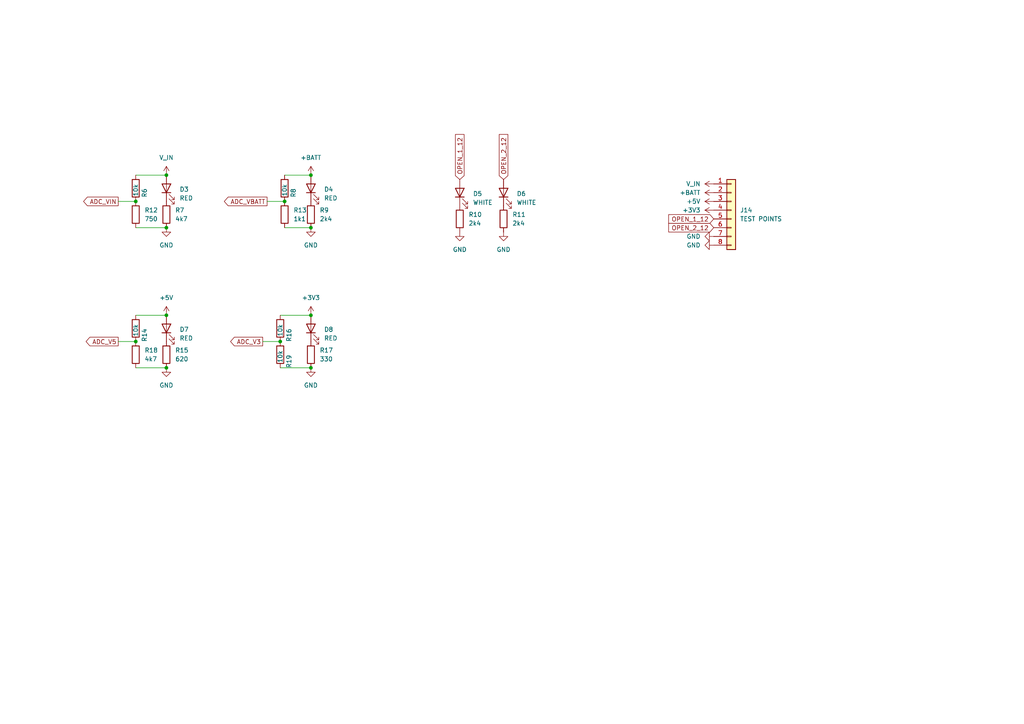
<source format=kicad_sch>
(kicad_sch (version 20211123) (generator eeschema)
  (paper "A4")
  (lib_symbols
    (symbol "Connector_Generic:Conn_01x08" (pin_names (offset 1.016) hide)
      (property "Reference" "J" (at 0 10.16 0))
      (property "Value" "Conn_01x08" (at 0 -12.7 0))
      (symbol "Conn_01x08_1_1"
        (rectangle (start -1.27 -10.033) (end 0 -10.287) (stroke (width 0.1524)))
        (rectangle (start -1.27 -7.493) (end 0 -7.747) (stroke (width 0.1524)))
        (rectangle (start -1.27 -4.953) (end 0 -5.207) (stroke (width 0.1524)))
        (rectangle (start -1.27 -2.413) (end 0 -2.667) (stroke (width 0.1524)))
        (rectangle (start -1.27 0.127) (end 0 -0.127) (stroke (width 0.1524)))
        (rectangle (start -1.27 2.667) (end 0 2.413) (stroke (width 0.1524)))
        (rectangle (start -1.27 5.207) (end 0 4.953) (stroke (width 0.1524)))
        (rectangle (start -1.27 7.747) (end 0 7.493) (stroke (width 0.1524)))
        (rectangle (start -1.27 8.89) (end 1.27 -11.43) (stroke (width 0.254)) (fill (type background)))
        (pin passive line (at -5.08 7.62 0) (length 3.81) (name "Pin_1") (number "1"))
        (pin passive line (at -5.08 5.08 0) (length 3.81) (name "Pin_2") (number "2"))
        (pin passive line (at -5.08 2.54 0) (length 3.81) (name "Pin_3") (number "3"))
        (pin passive line (at -5.08 0 0) (length 3.81) (name "Pin_4") (number "4"))
        (pin passive line (at -5.08 -2.54 0) (length 3.81) (name "Pin_5") (number "5"))
        (pin passive line (at -5.08 -5.08 0) (length 3.81) (name "Pin_6") (number "6"))
        (pin passive line (at -5.08 -7.62 0) (length 3.81) (name "Pin_7") (number "7"))
        (pin passive line (at -5.08 -10.16 0) (length 3.81) (name "Pin_8") (number "8"))
      )
    )
    (symbol "Device:LED" (pin_numbers hide) (pin_names (offset 1.016) hide)
      (property "Reference" "D" (at 0 2.54 0))
      (property "Value" "LED" (at 0 -2.54 0))
      (symbol "LED_0_1"
        (polyline (pts (xy -1.27 -1.27) (xy -1.27 1.27)) (stroke (width 0.254)))
        (polyline (pts (xy -1.27 0) (xy 1.27 0)))
        (polyline (pts (xy 1.27 -1.27) (xy 1.27 1.27) (xy -1.27 0) (xy 1.27 -1.27)) (stroke (width 0.254)))
        (polyline (pts (xy -3.048 -0.762) (xy -4.572 -2.286) (xy -3.81 -2.286) (xy -4.572 -2.286) (xy -4.572 -1.524)))
        (polyline (pts (xy -1.778 -0.762) (xy -3.302 -2.286) (xy -2.54 -2.286) (xy -3.302 -2.286) (xy -3.302 -1.524)))
      )
      (symbol "LED_1_1"
        (pin passive line (at -3.81 0 0) (length 2.54) (name "K") (number "1"))
        (pin passive line (at 3.81 0 180) (length 2.54) (name "A") (number "2"))
      )
    )
    (symbol "Device:R" (pin_numbers hide) (pin_names (offset 0))
      (property "Reference" "R" (at 2.032 0 90))
      (property "Value" "R" (at 0 0 90))
      (symbol "R_0_1"
        (rectangle (start -1.016 -2.54) (end 1.016 2.54) (stroke (width 0.254)))
      )
      (symbol "R_1_1"
        (pin passive line (at 0 3.81 270) (length 1.27) (name "~") (number "1"))
        (pin passive line (at 0 -3.81 90) (length 1.27) (name "~") (number "2"))
      )
    )
    (symbol "Power:V_BATT" (power) (pin_names (offset 0))
      (property "Value" "V_BATT" (at 0 3.556 0))
      (symbol "V_BATT_0_1"
        (polyline (pts (xy -0.762 1.27) (xy 0 2.54)))
        (polyline (pts (xy 0 0) (xy 0 2.54)))
        (polyline (pts (xy 0 2.54) (xy 0.762 1.27)))
      )
      (symbol "V_BATT_1_1"
        (pin power_in line (at 0 0 90) (length 0) hide (name "+BATT") (number "1"))
      )
    )
    (symbol "Power:V_IN" (power) (pin_names (offset 0))
      (property "Value" "V_IN" (at 0 3.556 0))
      (symbol "V_IN_0_1"
        (polyline (pts (xy -0.762 1.27) (xy 0 2.54)))
        (polyline (pts (xy 0 0) (xy 0 2.54)))
        (polyline (pts (xy 0 2.54) (xy 0.762 1.27)))
      )
      (symbol "V_IN_1_1"
        (pin power_in line (at 0 0 90) (length 0) hide (name "V_IN") (number "1"))
      )
    )
    (symbol "power:+3V3" (power) (pin_names (offset 0))
      (property "Value" "+3V3" (at 0 3.556 0))
      (symbol "+3V3_0_1"
        (polyline (pts (xy -0.762 1.27) (xy 0 2.54)))
        (polyline (pts (xy 0 0) (xy 0 2.54)))
        (polyline (pts (xy 0 2.54) (xy 0.762 1.27)))
      )
      (symbol "+3V3_1_1"
        (pin power_in line (at 0 0 90) (length 0) hide (name "+3V3") (number "1"))
      )
    )
    (symbol "power:+5V" (power) (pin_names (offset 0))
      (property "Value" "+5V" (at 0 3.556 0))
      (symbol "+5V_0_1"
        (polyline (pts (xy -0.762 1.27) (xy 0 2.54)))
        (polyline (pts (xy 0 0) (xy 0 2.54)))
        (polyline (pts (xy 0 2.54) (xy 0.762 1.27)))
      )
      (symbol "+5V_1_1"
        (pin power_in line (at 0 0 90) (length 0) hide (name "+5V") (number "1"))
      )
    )
    (symbol "power:GND" (power) (pin_names (offset 0))
      (property "Value" "GND" (at 0 -3.81 0))
      (symbol "GND_0_1"
        (polyline (pts (xy 0 0) (xy 0 -1.27) (xy 1.27 -1.27) (xy 0 -2.54) (xy -1.27 -1.27) (xy 0 -1.27)))
      )
      (symbol "GND_1_1"
        (pin power_in line (at 0 0 270) (length 0) hide (name "GND") (number "1"))
      )
    )
  )
  (junction (at 81.28 99.06))
  (junction (at 39.37 58.42))
  (junction (at 48.26 91.44))
  (junction (at 90.17 66.04))
  (junction (at 48.26 106.68))
  (junction (at 90.17 50.8))
  (junction (at 90.17 106.68))
  (junction (at 48.26 66.04))
  (junction (at 48.26 50.8))
  (junction (at 90.17 91.44))
  (junction (at 39.37 99.06))
  (junction (at 82.55 58.42))
  (wire (pts (xy 39.37 106.68) (xy 48.26 106.68)))
  (wire (pts (xy 82.55 50.8) (xy 90.17 50.8)))
  (wire (pts (xy 34.29 58.42) (xy 39.37 58.42)))
  (wire (pts (xy 39.37 50.8) (xy 48.26 50.8)))
  (wire (pts (xy 81.28 106.68) (xy 90.17 106.68)))
  (wire (pts (xy 39.37 66.04) (xy 48.26 66.04)))
  (wire (pts (xy 76.2 99.06) (xy 81.28 99.06)))
  (wire (pts (xy 77.47 58.42) (xy 82.55 58.42)))
  (wire (pts (xy 81.28 91.44) (xy 90.17 91.44)))
  (wire (pts (xy 34.29 99.06) (xy 39.37 99.06)))
  (wire (pts (xy 82.55 66.04) (xy 90.17 66.04)))
  (wire (pts (xy 39.37 91.44) (xy 48.26 91.44)))
  (global_label "ADC_VBATT" (shape output) (at 77.47 58.42 180) (property "Intersheet References" "${INTERSHEET_REFS}" (effects hide)))
  (global_label "ADC_VIN" (shape output) (at 34.29 58.42 180) (property "Intersheet References" "${INTERSHEET_REFS}" (effects hide)))
  (global_label "OPEN_2_12" (shape input) (at 207.01 66.04 180) (property "Intersheet References" "${INTERSHEET_REFS}" (effects hide)))
  (global_label "OPEN_1_12" (shape input) (at 207.01 63.5 180) (property "Intersheet References" "${INTERSHEET_REFS}" (effects hide)))
  (global_label "ADC_V5" (shape output) (at 34.29 99.06 180) (property "Intersheet References" "${INTERSHEET_REFS}" (effects hide)))
  (global_label "ADC_V3" (shape output) (at 76.2 99.06 180) (property "Intersheet References" "${INTERSHEET_REFS}" (effects hide)))
  (global_label "OPEN_2_12" (shape input) (at 146.05 52.07 90) (property "Intersheet References" "${INTERSHEET_REFS}" (effects hide)))
  (global_label "OPEN_1_12" (shape input) (at 133.35 52.07 90) (property "Intersheet References" "${INTERSHEET_REFS}" (effects hide)))
  (symbol (lib_id "Device:R") (at 133.35 63.5 0) (unit 1)
    (property "Reference" "R10" (at 135.89 62.2299 0) (effects (justify left)))
    (property "Value" "2k4" (at 135.89 64.7699 0) (effects (justify left)))
    (property "Footprint" "Resistor_SMD:R_0603_1608Metric" (effects hide))
    (property "LCSC" "C22940" (effects hide))
  )
  (symbol (lib_id "Device:R") (at 39.37 54.61 180) (unit 1)
    (property "Reference" "R6" (at 41.91 54.61 90) (effects (justify left)))
    (property "Value" "10k" (at 39.37 53.34 90) (effects (justify left)))
    (property "Footprint" "Resistor_SMD:R_0603_1608Metric" (effects hide))
    (property "LCSC" "C25804" (effects hide))
  )
  (symbol (lib_id "power:GND") (at 207.01 68.58 270) (unit 1)
    (property "Reference" "#PWR052" (effects hide))
    (property "Value" "GND" (at 203.2 68.5799 90) (effects (justify right)))
  )
  (symbol (lib_id "Device:R") (at 81.28 95.25 180) (unit 1)
    (property "Reference" "R16" (at 83.82 95.25 90) (effects (justify left)))
    (property "Value" "10k" (at 81.28 93.98 90) (effects (justify left)))
    (property "Footprint" "Resistor_SMD:R_0603_1608Metric" (effects hide))
    (property "LCSC" "C25804" (effects hide))
  )
  (symbol (lib_id "power:+3V3") (at 90.17 91.44 0) (unit 1)
    (property "Reference" "#PWR055" (effects hide))
    (property "Value" "+3V3" (at 90.17 86.36 0))
  )
  (symbol (lib_id "Device:R") (at 146.05 63.5 0) (unit 1)
    (property "Reference" "R11" (at 148.59 62.2299 0) (effects (justify left)))
    (property "Value" "2k4" (at 148.59 64.7699 0) (effects (justify left)))
    (property "Footprint" "Resistor_SMD:R_0603_1608Metric" (effects hide))
    (property "LCSC" "C22940" (effects hide))
  )
  (symbol (lib_id "Connector_Generic:Conn_01x08") (at 212.09 60.96 0) (unit 1)
    (property "Reference" "J14" (at 214.63 60.9599 0) (effects (justify left)))
    (property "Value" "TEST POINTS" (at 214.63 63.4999 0) (effects (justify left)))
    (property "Footprint" "Connector_PinHeader_2.54mm:PinHeader_1x08_P2.54mm_Vertical" (effects hide))
  )
  (symbol (lib_id "power:GND") (at 146.05 67.31 0) (unit 1)
    (property "Reference" "#PWR051" (effects hide))
    (property "Value" "GND" (at 146.05 72.39 0))
  )
  (symbol (lib_id "Device:R") (at 90.17 62.23 0) (unit 1)
    (property "Reference" "R9" (at 92.71 60.9599 0) (effects (justify left)))
    (property "Value" "2k4" (at 92.71 63.4999 0) (effects (justify left)))
    (property "Footprint" "Resistor_SMD:R_0603_1608Metric" (effects hide))
    (property "LCSC" "C22940" (effects hide))
  )
  (symbol (lib_id "Device:R") (at 39.37 95.25 180) (unit 1)
    (property "Reference" "R14" (at 41.91 95.25 90) (effects (justify left)))
    (property "Value" "10k" (at 39.37 93.98 90) (effects (justify left)))
    (property "Footprint" "Resistor_SMD:R_0603_1608Metric" (effects hide))
    (property "LCSC" "C25804" (effects hide))
  )
  (symbol (lib_id "power:GND") (at 90.17 106.68 0) (unit 1)
    (property "Reference" "#PWR057" (effects hide))
    (property "Value" "GND" (at 90.17 111.76 0))
  )
  (symbol (lib_id "power:GND") (at 48.26 66.04 0) (unit 1)
    (property "Reference" "#PWR048" (effects hide))
    (property "Value" "GND" (at 48.26 71.12 0))
  )
  (symbol (lib_id "power:+3V3") (at 207.01 60.96 90) (unit 1)
    (property "Reference" "#PWR047" (effects hide))
    (property "Value" "+3V3" (at 203.2 60.9599 90) (effects (justify left)))
  )
  (symbol (lib_id "power:GND") (at 48.26 106.68 0) (unit 1)
    (property "Reference" "#PWR056" (effects hide))
    (property "Value" "GND" (at 48.26 111.76 0))
  )
  (symbol (lib_id "Device:LED") (at 133.35 55.88 90) (unit 1)
    (property "Reference" "D5" (at 137.16 56.1974 90) (effects (justify right)))
    (property "Value" "WHITE" (at 137.16 58.7374 90) (effects (justify right)))
    (property "Footprint" "LED_SMD:LED_0603_1608Metric" (effects hide))
    (property "LCSC" "C2290" (effects hide))
  )
  (symbol (lib_id "Device:R") (at 39.37 62.23 0) (unit 1)
    (property "Reference" "R12" (at 41.91 60.9599 0) (effects (justify left)))
    (property "Value" "750" (at 41.91 63.4999 0) (effects (justify left)))
    (property "Footprint" "Resistor_SMD:R_0603_1608Metric" (effects hide))
    (property "LCSC" "C23241" (effects hide))
  )
  (symbol (lib_id "Device:R") (at 48.26 62.23 0) (unit 1)
    (property "Reference" "R7" (at 50.8 60.9599 0) (effects (justify left)))
    (property "Value" "4k7" (at 50.8 63.4999 0) (effects (justify left)))
    (property "Footprint" "Resistor_SMD:R_0603_1608Metric" (effects hide))
    (property "LCSC" "C23162" (effects hide))
  )
  (symbol (lib_id "Device:LED") (at 90.17 95.25 90) (unit 1)
    (property "Reference" "D8" (at 93.98 95.5674 90) (effects (justify right)))
    (property "Value" "RED" (at 93.98 98.1074 90) (effects (justify right)))
    (property "Footprint" "LED_SMD:LED_0603_1608Metric" (effects hide))
    (property "LCSC" "C2286" (effects hide))
  )
  (symbol (lib_id "Device:R") (at 81.28 102.87 180) (unit 1)
    (property "Reference" "R19" (at 83.82 102.87 90) (effects (justify left)))
    (property "Value" "10k" (at 81.28 101.6 90) (effects (justify left)))
    (property "Footprint" "Resistor_SMD:R_0603_1608Metric" (effects hide))
    (property "LCSC" "C25804" (effects hide))
  )
  (symbol (lib_id "Power:V_IN") (at 207.01 53.34 90) (unit 1)
    (property "Reference" "#PWR044" (effects hide))
    (property "Value" "V_IN" (at 203.2 53.3399 90) (effects (justify left)))
  )
  (symbol (lib_id "Device:R") (at 90.17 102.87 0) (unit 1)
    (property "Reference" "R17" (at 92.71 101.5999 0) (effects (justify left)))
    (property "Value" "330" (at 92.71 104.1399 0) (effects (justify left)))
    (property "Footprint" "Resistor_SMD:R_0603_1608Metric" (effects hide))
    (property "LCSC" "C23138" (effects hide))
  )
  (symbol (lib_id "Device:LED") (at 90.17 54.61 90) (unit 1)
    (property "Reference" "D4" (at 93.98 54.9274 90) (effects (justify right)))
    (property "Value" "RED" (at 93.98 57.4674 90) (effects (justify right)))
    (property "Footprint" "LED_SMD:LED_0603_1608Metric" (effects hide))
    (property "LCSC" "C2286" (effects hide))
  )
  (symbol (lib_id "Device:LED") (at 48.26 95.25 90) (unit 1)
    (property "Reference" "D7" (at 52.07 95.5674 90) (effects (justify right)))
    (property "Value" "RED" (at 52.07 98.1074 90) (effects (justify right)))
    (property "Footprint" "LED_SMD:LED_0603_1608Metric" (effects hide))
    (property "LCSC" "C2286" (effects hide))
  )
  (symbol (lib_id "power:+5V") (at 48.26 91.44 0) (unit 1)
    (property "Reference" "#PWR054" (effects hide))
    (property "Value" "+5V" (at 48.26 86.36 0))
  )
  (symbol (lib_id "Device:R") (at 82.55 54.61 180) (unit 1)
    (property "Reference" "R8" (at 85.09 54.61 90) (effects (justify left)))
    (property "Value" "10k" (at 82.55 53.34 90) (effects (justify left)))
    (property "Footprint" "Resistor_SMD:R_0603_1608Metric" (effects hide))
    (property "LCSC" "C25804" (effects hide))
  )
  (symbol (lib_id "power:GND") (at 207.01 71.12 270) (unit 1)
    (property "Reference" "#PWR053" (effects hide))
    (property "Value" "GND" (at 203.2 71.1199 90) (effects (justify right)))
  )
  (symbol (lib_id "Power:V_BATT") (at 207.01 55.88 90) (unit 1)
    (property "Reference" "#PWR045" (effects hide))
    (property "Value" "V_BATT" (at 203.2 55.8799 90) (effects (justify left)))
  )
  (symbol (lib_id "power:GND") (at 90.17 66.04 0) (unit 1)
    (property "Reference" "#PWR049" (effects hide))
    (property "Value" "GND" (at 90.17 71.12 0))
  )
  (symbol (lib_id "Device:R") (at 82.55 62.23 0) (unit 1)
    (property "Reference" "R13" (at 85.09 60.9599 0) (effects (justify left)))
    (property "Value" "1k1" (at 85.09 63.4999 0) (effects (justify left)))
    (property "Footprint" "Resistor_SMD:R_0603_1608Metric" (effects hide))
    (property "LCSC" "C22764" (effects hide))
  )
  (symbol (lib_id "power:+5V") (at 207.01 58.42 90) (unit 1)
    (property "Reference" "#PWR046" (effects hide))
    (property "Value" "+5V" (at 203.2 58.4199 90) (effects (justify left)))
  )
  (symbol (lib_id "Device:LED") (at 146.05 55.88 90) (unit 1)
    (property "Reference" "D6" (at 149.86 56.1974 90) (effects (justify right)))
    (property "Value" "WHITE" (at 149.86 58.7374 90) (effects (justify right)))
    (property "Footprint" "LED_SMD:LED_0603_1608Metric" (effects hide))
    (property "LCSC" "C2290" (effects hide))
  )
  (symbol (lib_id "Device:R") (at 48.26 102.87 0) (unit 1)
    (property "Reference" "R15" (at 50.8 101.5999 0) (effects (justify left)))
    (property "Value" "620" (at 50.8 104.1399 0) (effects (justify left)))
    (property "Footprint" "Resistor_SMD:R_0603_1608Metric" (effects hide))
    (property "LCSC" "C23220" (effects hide))
  )
  (symbol (lib_id "Power:V_IN") (at 48.26 50.8 0) (unit 1)
    (property "Reference" "#PWR042" (effects hide))
    (property "Value" "V_IN" (at 48.26 45.72 0))
  )
  (symbol (lib_id "Device:LED") (at 48.26 54.61 90) (unit 1)
    (property "Reference" "D3" (at 52.07 54.9274 90) (effects (justify right)))
    (property "Value" "RED" (at 52.07 57.4674 90) (effects (justify right)))
    (property "Footprint" "LED_SMD:LED_0603_1608Metric" (effects hide))
    (property "LCSC" "C2286" (effects hide))
  )
  (symbol (lib_id "power:GND") (at 133.35 67.31 0) (unit 1)
    (property "Reference" "#PWR050" (effects hide))
    (property "Value" "GND" (at 133.35 72.39 0))
  )
  (symbol (lib_id "Device:R") (at 39.37 102.87 0) (unit 1)
    (property "Reference" "R18" (at 41.91 101.5999 0) (effects (justify left)))
    (property "Value" "4k7" (at 41.91 104.1399 0) (effects (justify left)))
    (property "Footprint" "Resistor_SMD:R_0603_1608Metric" (effects hide))
    (property "LCSC" "C23162" (effects hide))
  )
  (symbol (lib_id "Power:V_BATT") (at 90.17 50.8 0) (unit 1)
    (property "Reference" "#PWR043" (effects hide))
    (property "Value" "V_BATT" (at 90.17 45.72 0))
  )
)
</source>
